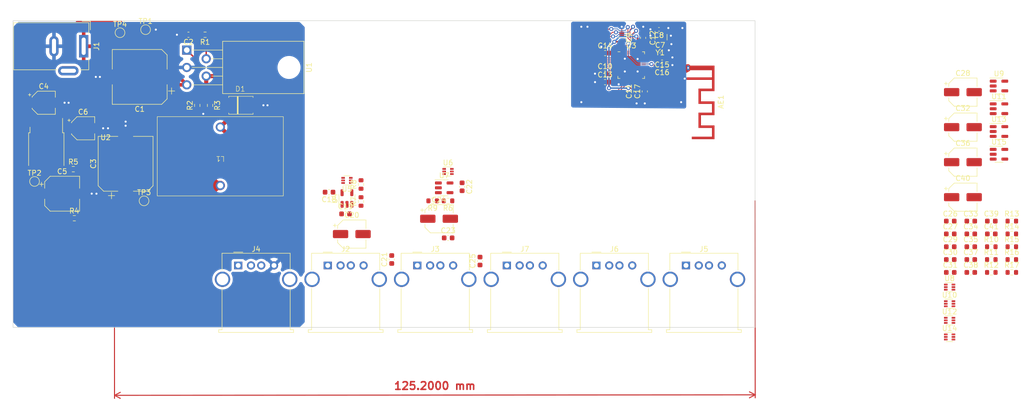
<source format=kicad_pcb>
(kicad_pcb (version 20221018) (generator pcbnew)
  (layers (0 "F.Cu" signal) (31 "B.Cu" signal) (34 "B.Paste" user) (35 "F.Paste" user) (36 "B.SilkS" user "B.Silkscreen") (37 "F.SilkS" user "F.Silkscreen") (38 "B.Mask" user) (39 "F.Mask" user) (44 "Edge.Cuts" user))
  (net 0 "")
  (net 1 "VIN")
  (net 2 "GND")
  (net 4 "Net-(C2-Pad1)")
  (net 5 "5V_5A")
  (net 6 "/Power/Vsw")
  (net 7 "Net-(U1-Vc)")
  (net 8 "Net-(U1-FB)")
  (net 9 "+3V3")
  (net 10 "/Power/adj")
  (net 11 "Net-(U4-~{FLG})")
  (net 12 "Net-(U7-IN)")
  (net 25 "Net-(U3-XC1)")
  (net 26 "Net-(U3-XC2)")
  (net 27 "Net-(U3-DEC1)")
  (net 28 "Net-(U3-DEC3)")
  (net 29 "Net-(U3-DEC4)")
  (net 30 "Net-(U3-DEC5)")
  (net 31 "/uC/ANT")
  (net 32 "/uC/EN_4")
  (net 33 "/USB connectors+load switches/EN1")
  (net 34 "Net-(J2-VBUS)")
  (net 35 "Net-(J2-Shield)")
  (net 38 "/USB connectors+load switches/EN_1")
  (net 39 "Net-(J3-VBUS)")
  (net 40 "Net-(J3-Shield)")
  (net 43 "Net-(U7-~{FLG})")
  (net 44 "/USB connectors+load switches/FLT_2")
  (net 45 "/USB connectors+load switches/FLT_1")
  (net 46 "/USB connectors+load switches/EN_2")
  (net 47 "/USB connectors+load switches/EN2")
  (net 48 "Net-(U9-IN)")
  (net 49 "Net-(J4-VBUS)")
  (net 50 "Net-(J4-Shield)")
  (net 51 "Net-(U11-IN)")
  (net 52 "Net-(J5-VBUS)")
  (net 53 "Net-(J5-Shield)")
  (net 54 "Net-(U13-IN)")
  (net 55 "Net-(J6-VBUS)")
  (net 56 "Net-(J6-Shield)")
  (net 57 "Net-(U15-IN)")
  (net 58 "Net-(J7-VBUS)")
  (net 59 "Net-(J7-Shield)")
  (net 68 "Net-(U9-~{FLG})")
  (net 69 "/USB connectors+load switches/FLT_3")
  (net 70 "Net-(U11-~{FLG})")
  (net 71 "/USB connectors+load switches/FLT_6")
  (net 72 "Net-(U13-~{FLG})")
  (net 73 "/USB connectors+load switches/FLT_5")
  (net 74 "Net-(U15-~{FLG})")
  (net 75 "/USB connectors+load switches/FLT_4")
  (net 76 "/USB connectors+load switches/EN_5")
  (net 77 "/USB connectors+load switches/EN_6")
  (net 78 "/USB connectors+load switches/EN_3")
  (net 79 "/USB connectors+load switches/EN3")
  (net 80 "/USB connectors+load switches/EN6")
  (net 81 "/USB connectors+load switches/EN5")
  (net 82 "/USB connectors+load switches/EN_4")
  (net 83 "/USB connectors+load switches/EN4")
  (footprint "Connector_USB:USB_A_Molex_67643_Horizontal" (layer "F.Cu") (at 85 81.64)
    (fp_text reference "J4")
    (fp_text value "USB_A")
  )
  (footprint "Package_TO_SOT_SMD:SOT-23-5" (layer "F.Cu") (at 233.665 59.88)
    (fp_text reference "U15")
    (fp_text value "AP22814AW5")
  )
  (footprint "Package_TO_SOT_THT:TO-220-5_P3.4x3.8mm_StaggerOdd_Lead7.13mm_TabDown" (layer "F.Cu") (at 74.95 39.5 -90)
    (fp_text reference "U1")
    (fp_text value "~")
  )
  (footprint "Resistor_SMD:R_0603_1608Metric" (layer "F.Cu") (at 52.775 62.8)
    (fp_text reference "R5")
    (fp_text value "10k")
  )
  (footprint "Resistor_SMD:R_0603_1608Metric" (layer "F.Cu") (at 52.975 72.4)
    (fp_text reference "R4")
    (fp_text value "6.04k")
  )
  (footprint "Capacitor_SMD:C_0603_1608Metric" (layer "F.Cu") (at 164.45 47.5875 90)
    (fp_text reference "C17")
    (fp_text value "820pF")
  )
  (footprint "Connector_USB:USB_A_Molex_67643_Horizontal" (layer "F.Cu") (at 172.5 81.64)
    (fp_text reference "J5")
    (fp_text value "USB_A")
  )
  (footprint "Resistor_SMD:R_0603_1608Metric" (layer "F.Cu") (at 79.5 50.325 -90)
    (fp_text reference "R3")
    (fp_text value "2.21k")
  )
  (footprint "Package_TO_SOT_SMD:SOT-23-5" (layer "F.Cu") (at 233.665 55.43)
    (fp_text reference "U13")
    (fp_text value "AP22814AW5")
  )
  (footprint "Capacitor_SMD:C_0603_1608Metric" (layer "F.Cu") (at 228.155 83)
    (fp_text reference "C38")
    (fp_text value "1uF")
  )
  (footprint "Package_TO_SOT_SMD:SOT-563" (layer "F.Cu") (at 224.015 85.88)
    (fp_text reference "U8")
    (fp_text value "SN74LVC1T45DRL")
  )
  (footprint "Capacitor_SMD:C_0603_1608Metric" (layer "F.Cu") (at 156.68 44.1175)
    (fp_text reference "C10")
    (fp_text value "4.7uF")
  )
  (footprint "Capacitor_SMD:C_0402_1005Metric" (layer "F.Cu") (at 167.45 39.6975)
    (fp_text reference "C7")
    (fp_text value "20pF")
  )
  (footprint "TestPoint:TestPoint_Pad_D1.5mm" (layer "F.Cu") (at 45.2 65.2)
    (fp_text reference "TP2")
    (fp_text value "TestPoint")
  )
  (footprint "Capacitor_SMD:C_0603_1608Metric" (layer "F.Cu") (at 102.75 67.3 180)
    (fp_text reference "C18")
    (fp_text value "1uF")
  )
  (footprint "Resistor_SMD:R_0603_1608Metric" (layer "F.Cu") (at 109 69.125 90)
    (fp_text reference "R7")
    (fp_text value "1.1k")
  )
  (footprint "Capacitor_SMD:C_0603_1608Metric" (layer "F.Cu") (at 167.825 40.9375 180)
    (fp_text reference "C15")
    (fp_text value "100pF")
  )
  (footprint "Capacitor_SMD:C_0603_1608Metric" (layer "F.Cu") (at 128.75 66.25 -90)
    (fp_text reference "C22")
    (fp_text value "1uF")
  )
  (footprint "Capacitor_SMD:C_0603_1608Metric" (layer "F.Cu") (at 228.155 80.49)
    (fp_text reference "C37")
    (fp_text value "10nF")
  )
  (footprint "Capacitor_SMD:C_0603_1608Metric" (layer "F.Cu") (at 115 80.475 90)
    (fp_text reference "C21")
    (fp_text value "10nF")
  )
  (footprint "Resistor_SMD:R_0603_1608Metric" (layer "F.Cu") (at 236.175 83)
    (fp_text reference "R17")
    (fp_text value "2.2k")
  )
  (footprint "Capacitor_SMD:C_0603_1608Metric" (layer "F.Cu") (at 224.145 80.49)
    (fp_text reference "C30")
    (fp_text value "1uF")
  )
  (footprint "Resistor_SMD:R_0603_1608Metric" (layer "F.Cu") (at 236.175 77.98)
    (fp_text reference "R15")
    (fp_text value "2.2k")
  )
  (footprint "Capacitor_SMD:C_0603_1608Metric" (layer "F.Cu") (at 164.125 37.1125 -90)
    (fp_text reference "C12")
    (fp_text value "100nF")
  )
  (footprint "Package_TO_SOT_SMD:SOT-23-5" (layer "F.Cu") (at 233.665 50.98)
    (fp_text reference "U11")
    (fp_text value "AP22814AW5")
  )
  (footprint "RF_Antenna:Texas_SWRA117D_2.4GHz_Right" (layer "F.Cu") (at 172.925 45.0875 -90)
    (fp_text reference "AE1")
    (fp_text value "Antenna_Chip")
  )
  (footprint "Capacitor_SMD:C_0603_1608Metric" (layer "F.Cu") (at 167.825 42.4375 180)
    (fp_text reference "C16")
    (fp_text value "1uF")
  )
  (footprint "Inductor_THT:PE-92114" (layer "F.Cu") (at 81.5 60.28 180)
    (fp_text reference "L1")
    (fp_text value "PE-92114KNL")
  )
  (footprint "Capacitor_SMD:C_0603_1608Metric" (layer "F.Cu") (at 224.145 77.98)
    (fp_text reference "C29")
    (fp_text value "10nF")
  )
  (footprint "Resistor_SMD:R_0603_1608Metric" (layer "F.Cu") (at 236.175 80.49)
    (fp_text reference "R16")
    (fp_text value "1.1k")
  )
  (footprint "Package_TO_SOT_SMD:TO-252-3_TabPin2" (layer "F.Cu") (at 47.5 58.99 -90)
    (fp_text reference "U2")
    (fp_text value "LM1117DT-ADJ")
  )
  (footprint "Capacitor_SMD:C_0603_1608Metric" (layer "F.Cu") (at 224.145 75.47)
    (fp_text reference "C27")
    (fp_text value "0.1uF")
  )
  (footprint "TestPoint:TestPoint_Pad_D1.5mm" (layer "F.Cu") (at 66.6 69)
    (fp_text reference "TP3")
    (fp_text value "TestPoint")
  )
  (footprint "Capacitor_SMD:C_0603_1608Metric" (layer "F.Cu") (at 228.155 75.47)
    (fp_text reference "C34")
    (fp_text value "1uF")
  )
  (footprint "Capacitor_SMD:C_0603_1608Metric" (layer "F.Cu") (at 232.165 75.47)
    (fp_text reference "C41")
    (fp_text value "10nF")
  )
  (footprint "Resistor_SMD:R_0603_1608Metric" (layer "F.Cu") (at 109 65.8 90)
    (fp_text reference "R8")
    (fp_text value "2.2k")
  )
  (footprint "Capacitor_SMD:C_0603_1608Metric" (layer "F.Cu") (at 228.155 77.98)
    (fp_text reference "C35")
    (fp_text value "0.1uF")
  )
  (footprint "Capacitor_SMD:C_0603_1608Metric" (layer "F.Cu") (at 228.155 72.96)
    (fp_text reference "C33")
    (fp_text value "10nF")
  )
  (footprint "Package_TO_SOT_SMD:SOT-23-5" (layer "F.Cu") (at 106.25 68.55 90)
    (fp_text reference "U4")
    (fp_text value "AP22814AW5")
  )
  (footprint "Capacitor_SMD:C_0603_1608Metric" (layer "F.Cu") (at 232.165 72.96)
    (fp_text reference "C39")
    (fp_text value "0.1uF")
  )
  (footprint "Resistor_SMD:R_0603_1608Metric" (layer "F.Cu") (at 77 50.325 90)
    (fp_text reference "R2")
    (fp_text value "2.8k")
  )
  (footprint "Resistor_SMD:R_0603_1608Metric" (layer "F.Cu") (at 236.175 75.47)
    (fp_text reference "R14")
    (fp_text value "1.1k")
  )
  (footprint "Capacitor_SMD:C_0603_1608Metric" (layer "F.Cu") (at 162.8 47.5875 90)
    (fp_text reference "C11")
    (fp_text value "100nF")
  )
  (footprint "Capacitor_SMD:C_0603_1608Metric" (layer "F.Cu") (at 156.68 45.7675)
    (fp_text reference "C13")
    (fp_text value "4.7uF")
  )
  (footprint "Connector_USB:USB_A_Molex_67643_Horizontal" (layer "F.Cu") (at 137.5 81.64)
    (fp_text reference "J7")
    (fp_text value "USB_A")
  )
  (footprint "Connector_USB:USB_A_Molex_67643_Horizontal" (layer "F.Cu") (at 102.5 81.64)
    (fp_text reference "J2")
    (fp_text value "USB_A")
  )
  (footprint "Resistor_SMD:R_0603_1608Metric" (layer "F.Cu") (at 232.165 77.98)
    (fp_text reference "R10")
    (fp_text value "1.1k")
  )
  (footprint "TestPoint:TestPoint_Pad_D1.5mm" (layer "F.Cu") (at 66.9 35.5)
    (fp_text reference "TP1")
    (fp_text value "TestPoint")
  )
  (footprint "Capacitor_SMD:C_0402_1005Metric" (layer "F.Cu") (at 167.22 35.4475 180)
    (fp_text reference "C8")
    (fp_text value "20pF")
  )
  (footprint "Resistor_SMD:R_0603_1608Metric" (layer "F.Cu") (at 123 69 180)
    (fp_text reference "R9")
    (fp_text value "2.2k")
  )
  (footprint "Capacitor_SMD:C_0603_1608Metric" (layer "F.Cu") (at 224.145 72.96)
    (fp_text reference "C26")
    (fp_text value "1uF")
  )
  (footprint "Capacitor_SMD:CP_Elec_10x10.5" (layer "F.Cu") (at 65.75 44.75 180)
    (fp_text reference "C1")
    (fp_text value "220uF")
  )
  (footprint "Package_TO_SOT_SMD:SOT-563" (layer "F.Cu") (at 126 63.25)
    (fp_text reference "U6")
    (fp_text value "SN74LVC1T45DRL")
  )
  (footprint "Oscillator:Oscillator_SMD_Abracon_ASDMB-4Pin_2.5x2.0mm" (layer "F.Cu") (at 167.45 37.5475 180)
    (fp_text reference "Y1")
    (fp_text value "Crystal_GND24")
  )
  (footprint "Resistor_SMD:R_0603_1608Metric" (layer "F.Cu") (at 236.175 72.96)
    (fp_text reference "R13")
    (fp_text value "2.2k")
  )
  (footprint "Capacitor_SMD:CP_Elec_10x10.5" (layer "F.Cu") (at 63 61.75 90)
    (fp_text reference "C3")
    (fp_text value "390uF")
  )
  (footprint "Capacitor_SMD:CP_Elec_5x5.9" (layer "F.Cu") (at 124.25 72.5)
    (fp_text reference "C24")
    (fp_text value "120uF")
  )
  (footprint "Capacitor_SMD:CP_Elec_5x5.9" (layer "F.Cu") (at 226.615 47.73)
    (fp_text reference "C28")
    (fp_text value "120uF")
  )
  (footprint "Package_TO_SOT_SMD:SOT-23-5" (layer "F.Cu") (at 125.25 66.45)
    (fp_text reference "U7")
    (fp_text value "AP22814AW5")
  )
  (footprint "Package_TO_SOT_SMD:SOT-563" (layer "F.Cu") (at 224.015 95.63)
    (fp_text reference "U14")
    (fp_text value "SN74LVC1T45DRL")
  )
  (footprint "Capacitor_SMD:C_0603_1608Metric" (layer "F.Cu") (at 132.25 80.775 90)
    (fp_text reference "C25")
    (fp_text value "10nF")
  )
  (footprint "Package_DFN_QFN:QFN-40-1EP_5x5mm_P0.4mm_EP3.6x3.6mm" (layer "F.Cu") (at 161.8 42.4375)
    (fp_text reference "U3")
    (fp_text value "nRF52820-QDxx")
  )
  (footprint "TestPoint:TestPoint_Pad_D1.5mm" (layer "F.Cu") (at 61.9 36.1)
    (fp_text reference "TP4")
    (fp_text value "TestPoint")
  )
  (footprint "Capacitor_SMD:C_0603_1608Metric" (layer "F.Cu") (at 159.95 37.0875 -90)
    (fp_text reference "C9")
    (fp_text value "1.0uF")
  )
  (footprint "Resistor_SMD:R_0603_1608Metric" (layer "F.Cu") (at 232.165 80.49)
    (fp_text reference "R11")
    (fp_text value "2.2k")
  )
  (footprint "Resistor_SMD:R_0603_1608Metric" (layer "F.Cu") (at 126 69 180)
    (fp_text reference "R6")
    (fp_text value "1.1k")
  )
  (footprint "Package_TO_SOT_SMD:SOT-563" (layer "F.Cu") (at 106.25 65 180)
    (fp_text reference "U5")
    (fp_text value "SN74LVC1T45DRL")
  )
  (footprint "Diode_SMD:SK34BQ-L" (layer "F.Cu") (at 85.4 50.3)
    (fp_text reference "D1")
    (fp_text value "D_Schottky")
  )
  (footprint "Capacitor_SMD:CP_Elec_4x4.5" (layer "F.Cu") (at 54.7 54.8)
    (fp_text reference "C6")
    (fp_text value "10uF")
  )
  (footprint "Capacitor_SMD:C_0603_1608Metric" (layer "F.Cu") (at 105.975 71.55)
    (fp_text reference "C19")
    (fp_text value "0.1uF")
  )
  (footprint "Capacitor_SMD:C_0603_1608Metric" (layer "F.Cu") (at 75.275 36.5 180)
    (fp_text reference "C2")
    (fp_text value "0.01uF")
  )
  (footprint "Capacitor_SMD:CP_Elec_4x4.5" (layer "F.Cu") (at 47 49.8)
    (fp_text reference "C4")
    (fp_text value "10uF")
  )
  (footprint "Capacitor_SMD:C_0603_1608Metric" (layer "F.Cu") (at 224.145 83)
    (fp_text reference "C31")
    (fp_text value "0.1uF")
  )
  (footprint "Package_TO_SOT_SMD:SOT-563" (layer "F.Cu") (at 224.015 89.13)
    (fp_text reference "U10")
    (fp_text value "SN74LVC1T45DRL")
  )
  (footprint "Package_TO_SOT_SMD:SOT-23-5" (layer "F.Cu") (at 233.665 46.53)
    (fp_text reference "U9")
    (fp_text value "AP22814AW5")
  )
  (footprint "Capacitor_SMD:CP_Elec_5x5.9" (layer "F.Cu") (at 226.615 68.28)
    (fp_text reference "C40")
    (fp_text value "120uF")
  )
  (footprint "Capacitor_SMD:CP_Elec_5x5.9" (layer "F.Cu") (at 226.615 61.43)
    (fp_text reference "C36")
    (fp_text value "120uF")
  )
  (footprint "Connector_USB:USB_A_Molex_67643_Horizontal" (layer "F.Cu") (at 155 81.64)
    (fp_text reference "J6")
    (fp_text value "USB_A")
  )
  (footprint "Capacitor_SMD:C_0603_1608Metric" (layer "F.Cu") (at 126.025 76.25)
    (fp_text reference "C23")
    (fp_text value "0.1uF")
  )
  (footprint "Capacitor_SMD:CP_Elec_6.3x5.2" (layer "F.Cu") (at 50.6 67.6)
    (fp_text reference "C5")
    (fp_text value "100uF")
  )
  (footprint "Package_TO_SOT_SMD:SOT-563" (layer "F.Cu") (at 224.015 92.38)
    (fp_text reference "U12")
    (fp_text value "SN74LVC1T45DRL")
  )
  (footprint "Capacitor_SMD:C_0603_1608Metric" (layer "F.Cu") (at 156.7 40.0875)
    (fp_text reference "C14")
    (fp_text value "01.uF")
  )
  (footprint "Capacitor_SMD:CP_Elec_5x5.9" (layer "F.Cu") (at 107.2 75.5)
    (fp_text reference "C20")
    (fp_text value "120uF")
  )
  (footprint "Resistor_SMD:R_0603_1608Metric" (layer "F.Cu") (at 232.165 83)
    (fp_text reference "R12")
    (fp_text value "1.1k")
  )
  (footprint "Connector_BarrelJack:BarrelJack_Wuerth_6941xx301002" (layer "F.Cu") (at 54.8 38.75 -90)
    (fp_text reference "J1")
    (fp_text value "Barrel_Jack_Switch")
  )
  (footprint "Capacitor_SMD:CP_Elec_5x5.9" (layer "F.Cu") (at 226.615 54.58)
    (fp_text reference "C32")
    (fp_text value "120uF")
  )
  (footprint "Connector_USB:USB_A_Molex_67643_Horizontal" (layer "F.Cu") (at 120 81.64)
    (fp_text reference "J3")
    (fp_text value "USB_A")
  )
  (footprint "Resistor_SMD:R_0603_1608Metric" (layer "F.Cu") (at 78.525 36.5 180)
    (fp_text reference "R1")
    (fp_text value "2.7k")
  )
  (gr_rect (start 41 33.75) (end 186 93.75) (stroke (width 0.1)) (fill none) (layer "Edge.Cuts"))
  (dimension (type aligned) (layer "F.Cu") (pts (xy 60.8 68.6) (xy 186 68.5)) (height 38.450134) (gr_text "125.2000 mm" (at 123.429273 105.200123 0.04576339244) (layer "F.Cu") (effects (font (size 1.5 1.5) (thickness 0.3)))) (format (prefix "") (suffix "") (units 3) (units_format 1) (precision 4)) (style (thickness 0.2) (arrow_length 1.27) (text_position_mode 0) (extension_height 0.58642) (extension_offset 0.5) keep_text_aligned))
  (segment (start 54.8 41.63) (end 55.2 42.03) (width 0.7) (layer "F.Cu") (net 1))
  (segment (start 73.4 44.75) (end 74.95 46.3) (width 0.7) (layer "F.Cu") (net 1))
  (segment (start 55.2 45.18) (end 54.02 46.36) (width 0.7) (layer "F.Cu") (net 1))
  (segment (start 67.25 44.75) (end 61.25 38.75) (width 0.7) (layer "F.Cu") (net 1))
  (segment (start 55.2 42.03) (end 55.2 45.18) (width 0.7) (layer "F.Cu") (net 1))
  (segment (start 47.19 46.36) (end 45.2 48.35) (width 0.7) (layer "F.Cu") (net 1))
  (segment (start 45.2 48.35) (end 45.2 49.8) (width 0.7) (layer "F.Cu") (net 1))
  (segment (start 69.95 44.75) (end 67.25 44.75) (width 0.7) (layer "F.Cu") (net 1))
  (segment (start 69.95 44.75) (end 73.4 44.75) (width 0.7) (layer "F.Cu") (net 1))
  (segment (start 54.02 46.36) (end 47.19 46.36) (width 0.7) (layer "F.Cu") (net 1))
  (segment (start 54.8 38.75) (end 54.8 41.63) (width 0.7) (layer "F.Cu") (net 1))
  (segment (start 61.25 38.75) (end 54.8 38.75) (width 0.7) (layer "F.Cu") (net 1))
  (segment (start 59.56 54.8) (end 58.61 54.8) (width 0.8) (layer "F.Cu") (net 2))
  (segment (start 56.5 54.8) (end 58.61 54.8) (width 0.8) (layer "F.Cu") (net 2))
  (segment (start 159.95 36.3125) (end 159.95 34.9375) (width 0.15) (layer "F.Cu") (net 2))
  (segment (start 61.55 44.75) (end 57.975 44.75) (width 0.7) (layer "F.Cu") (net 2))
  (segment (start 89.925 50.3) (end 90.725 50.3) (width 0.3) (layer "F.Cu") (net 2))
  (segment (start 159.3625 44.2375) (end 159.3625 46.175) (width 0.15) (layer "F.Cu") (net 2))
  (segment (start 56.36 67.6) (end 56.37 67.59) (width 0.8) (layer "F.Cu") (net 2))
  (segment (start 87.55 50.3) (end 90.725 50.3) (width 0.7) (layer "F.Cu") (net 2))
  (segment (start 166.625 35.5625) (end 166.74 35.4475) (width 0.15) (layer "F.Cu") (net 2))
  (segment (start 168.85 39.7375) (end 169.05 39.5375) (width 0.15) (layer "F.Cu") (net 2))
  (segment (start 162.8 49.8875) (end 162.85 49.9375) (width 0.15) (layer "F.Cu") (net 2))
  (segment (start 56.37 67.59) (end 57.29 67.59) (width 0.8) (layer "F.Cu") (net 2))
  (segment (start 165.56 35.4475) (end 165.55 35.4375) (width 0.15) (layer "F.Cu") (net 2))
  (segment (start 164.15 36.5625) (end 164.15 34.9375) (width 0.15) (layer "F.Cu") (net 2))
  (segment (start 169.25 38.3375) (end 169.65 38.3375) (width 0.15) (layer "F.Cu") (net 2))
  (segment (start 168.6 42.4375) (end 169.65 42.4375) (width 0.25) (layer "F.Cu") (net 2))
  (segment (start 172.925 45.0875) (end 172.25 45.0875) (width 0.25) (layer "F.Cu") (net 2))
  (segment (start 167.93 38.6675) (end 168.275 38.3225) (width 0.15) (layer "F.Cu") (net 2))
  (segment (start 63.025 54.275) (end 63 54.3) (width 0.7) (layer "F.Cu") (net 2))
  (segment (start 48.8 49.8) (end 51.07 49.8) (width 0.8) (layer "F.Cu") (net 2))
  (segment (start 51.07 49.8) (end 51.85 49.8) (width 0.8) (layer "F.Cu") (net 2))
  (segment (start 166.74 35.4475) (end 165.56 35.4475) (width 0.15) (layer "F.Cu") (net 2))
  (segment (start 66.9 35.5) (end 68.9 35.5) (width 0.3) (layer "F.Cu") (net 2))
  (segment (start 166.625 36.7725) (end 166.625 35.5625) (width 0.15) (layer "F.Cu") (net 2))
  (segment (start 169.235 38.3225) (end 169.25 38.3375) (width 0.15) (layer "F.Cu") (net 2))
  (segment (start 159.3625 46.175) (end 159.35 46.1875) (width 0.15) (layer "F.Cu") (net 2))
  (segment (start 167.93 39.6975) (end 167.93 38.6675) (width 0.15) (layer "F.Cu") (net 2))
  (segment (start 79.5 51.15) (end 79 51.15) (width 0.3) (layer "F.Cu") (net 2))
  (segment (start 87.55 50.3) (end 89.925 50.3) (width 0.7) (layer "F.Cu") (net 2))
  (segment (start 155.925 38.8625) (end 155.95 38.8375) (width 0.15) (layer "F.Cu") (net 2))
  (segment (start 53.4 67.6) (end 56.36 67.6) (width 0.8) (layer "F.Cu") (net 2))
  (segment (start 57.29 67.59) (end 57.3 67.6) (width 0.8) (layer "F.Cu") (net 2))
  (segment (start 167.93 39.6975) (end 168.81 39.6975) (width 0.15) (layer "F.Cu") (net 2))
  (segment (start 168.81 39.6975) (end 168.85 39.7375) (width 0.15) (layer "F.Cu") (net 2))
  (segment (start 63 53.5) (end 63 54.3) (width 0.8) (layer "F.Cu") (net 2))
  (segment (start 167.93 39.6975) (end 167.93 39.643684) (width 0.15) (layer "F.Cu") (net 2))
  (segment (start 51.85 49.8) (end 51.86 49.81) (width 0.8) (layer "F.Cu") (net 2))
  (segment (start 168.6 40.9375) (end 169.95 40.9375) (width 0.25) (layer "F.Cu") (net 2))
  (segment (start 168.275 38.3225) (end 169.235 38.3225) (width 0.15) (layer "F.Cu") (net 2))
  (segment (start 79 51.15) (end 78.175 51.975) (width 0.3) (layer "F.Cu") (net 2))
  (segment (start 164.45 48.3625) (end 164.45 49.9375) (width 0.15) (layer "F.Cu") (net 2))
  (segment (start 155.925 40.0875) (end 155.925 38.8625) (width 0.15) (layer "F.Cu") (net 2))
  (segment (start 63 57.55) (end 63 54.3) (width 0.7) (layer "F.Cu") (net 2))
  (segment (start 169.05 39.5375) (end 169.15 39.5375) (width 0.15) (layer "F.Cu") (net 2))
  (segment (start 164.2375 42.6375) (end 162 42.6375) (width 0.15) (layer "F.Cu") (net 2))
  (segment (start 161.2 40) (end 161.2 41.8375) (width 0.15) (layer "F.Cu") (net 2))
  (segment (start 162.8 48.3625) (end 162.8 49.8875) (width 0.15) (layer "F.Cu") (net 2))
  (segment (start 57.975 44.75) (end 57.175 44.75) (width 0.7) (layer "F.Cu") (net 2))
  (segment (start 74.5 36.5) (end 73.025 36.5) (width 0.3) (layer "F.Cu") (net 2))
  (via (at 169.15 39.5375) (size 0.8) (drill 0.4) (layers "F.Cu" "B.Cu") (net 2))
  (via (at 73.025 36.5) (size 0.8) (drill 0.4) (layers "F.Cu" "B.Cu") (net 2))
  (via (at 160.55 41.1875) (size 0.8) (drill 0.4) (layers "F.Cu" "B.Cu") (net 2))
  (via (at 169.85 42.4375) (size 0.8) (drill 0.4) (layers "F.Cu" "B.Cu") (net 2))
  (via (at 165.55 36.6875) (size 0.8) (drill 0.4) (layers "F.Cu" "B.Cu") (net 2))
  (via (at 162.85 49.9375) (size 0.8) (drill 0.4) (layers "F.Cu" "B.Cu") (net 2))
  (via (at 171.8 35.1875) (size 0.8) (drill 0.4) (layers "F.Cu" "B.Cu") (net 2))
  (via (at 152.05 49.6875) (size 0.8) (drill 0.4) (layers "F.Cu" "B.Cu") (net 2))
  (via (at 163.05 43.6875) (size 0.8) (drill 0.4) (layers "F.Cu" "B.Cu") (net 2))
  (via (at 57.175 44.75) (size 0.8) (drill 0.4) (layers "F.Cu" "B.Cu") (net 2))
  (via (at 160.55 43.6875) (size 0.8) (drill 0.4) (layers "F.Cu" "B.Cu") (net 2))
  (via (at 169.85 40.9375) (size 0.8) (drill 0.4) (layers "F.Cu" "B.Cu") (net 2))
  (via (at 78.175 51.975) (size 0.8) (drill 0.4) (layers "F.Cu" "B.Cu") (net 2))
  (via (at 63 54.3) (size 0.8) (drill 0.4) (layers "F.Cu" "B.Cu") (net 2))
  (via (at 59.56 54.8) (size 0.8) (drill 0.4) (layers "F.Cu" "B.Cu") (net 2))
  (via (at 159.95 34.9375) (size 0.8) (drill 0.4) (layers "F.Cu" "B.Cu") (net 2))
  (via (at 152.05 34.9375) (size 0.8) (drill 0.4) (layers "F.Cu" "B.Cu") (net 2))
  (via (at 171.55 49.6875) (size 0.8) (drill 0.4) (layers "F.Cu" "B.Cu") (net 2))
  (via (at 51.07 49.8) (size 0.8) (drill 0.4) (layers "F.Cu" "B.Cu") (net 2))
  (via (at 63 53.5) (size 0.8) (drill 0.4) (layers "F.Cu" "B.Cu") (net 2))
  (via (at 155.95 38.8375) (size 0.8) (drill 0.4) (layers "F.Cu" "B.Cu") (net 2))
  (via (at 89.925 50.3) (size 0.8) (drill 0.4) (layers "F.Cu" "B.Cu") (net 2))
  (via (at 169.55 36.6875) (size 0.8) (drill 0.4) (layers "F.Cu" "B.Cu") (net 2))
  (via (at 163.05 41.2375) (size 0.8) (drill 0.4) (layers "F.Cu" "B.Cu") (net 2))
  (via (at 165.55 35.4375) (size 0.8) (drill 0.4) (layers "F.Cu" "B.Cu") (net 2))
  (via (at 164.15 34.9375) (size 0.8) (drill 0.4) (layers "F.Cu" "B.Cu") (net 2))
  (via (at 169.05 35.1875) (size 0.8) (drill 0.4) (layers "F.Cu" "B.Cu") (net 2))
  (via (at 159.35 46.1875) (size 0.8) (drill 0.4) (layers "F.Cu" "B.Cu") (net 2))
  (via (at 68.9 35.5) (size 0.8) (drill 0.4) (layers "F.Cu" "B.Cu") (net 2))
  (via (at 154.72 44.1175) (size 0.8) (drill 0.4) (layers "F.Cu" "B.Cu") (net 2))
  (via (at 90.725 50.3) (size 0.8) (drill 0.4) (layers "F.Cu" "B.Cu") (net 2))
  (via (at 153.25 34.9375) (size 0.8) (drill 0.4) (layers "F.Cu" "B.Cu") (net 2))
  (via (at 57.3 67.6) (size 0.8) (drill 0.4) (layers "F.Cu" "B.Cu") (net 2))
  (via (at 172.25 45.0875) (size 0.8) (drill 0.4) (layers "F.Cu" "B.Cu") (net 2))
  (via (at 169.65 38.3375) (size 0.8) (drill 0.4) (layers "F.Cu" "B.Cu") (net 2))
  (via (at 57.975 44.75) (size 0.8) (drill 0.4) (layers "F.Cu" "B.Cu") (net 2))
  (via (at 58.61 54.8) (size 0.8) (drill 0.4) (layers "F.Cu" "B.Cu") (net 2))
  (via (at 164.45 49.9375) (size 0.8) (drill 0.4) (layers "F.Cu" "B.Cu") (net 2))
  (via (at 56.37 67.59) (size 0.8) (drill 0.4) (layers "F.Cu" "B.Cu") (net 2))
  (via (at 154.73 45.7675) (size 0.8) (drill 0.4) (layers "F.Cu" "B.Cu") (net 2))
  (via (at 51.86 49.81) (size 0.8) (drill 0.4) (layers "F.Cu" "B.Cu") (net 2))
  (segment (start 57.175 44.75) (end 57.975 44.75) (width 0.7) (layer "B.Cu") (net 2))
  (segment (start 90.725 50.3) (end 89.925 50.3) (width 0.3) (layer "B.Cu") (net 2))
  (segment (start 51.08 49.81) (end 51.07 49.8) (width 0.8) (layer "B.Cu") (net 2))
  (segment (start 51.86 49.81) (end 51.08 49.81) (width 0.8) (layer "B.Cu") (net 2))
  (segment (start 77.7 36.5) (end 76.05 36.5) (width 0.3) (layer "F.Cu") (net 4))
  (segment (start 63.025 65.975) (end 63 65.95) (width 1.8) (layer "F.Cu") (net 5))
  (segment (start 68.25 52.325) (end 68.25 62.325) (width 0.3) (layer "F.Cu") (net 5))
  (segment (start 63.25 62.825) (end 63 63.075) (width 0.3) (layer "F.Cu") (net 5))
  (segment (start 67.75 62.825) (end 63.25 62.825) (width 0.3) (layer "F.Cu") (net 5))
  (segment (start 77 51.15) (end 69.425 51.15) (width 0.3) (layer "F.Cu") (net 5))
  (segment (start 68.25 62.325) (end 67.75 62.825) (width 0.3) (layer "F.Cu") (net 5))
  (segment (start 63 63.075) (end 63 65.95) (width 0.3) (layer "F.Cu") (net 5))
  (segment (start 81.5 66) (end 81.475 65.975) (width 1.8) (layer "F.Cu") (net 5))
  (segment (start 69.425 51.15) (end 68.25 52.325) (width 0.3) (layer "F.Cu") (net 5))
  (segment (start 81.475 65.975) (end 63.025 65.975) (width 1.8) (layer "F.Cu") (net 5))
  (segment (start 63.05 66) (end 63 65.95) (width 0.7) (layer "F.Cu") (net 5))
  (segment (start 78.75 39.325) (end 79.35 38.725) (width 0.3) (layer "F.Cu") (net 7))
  (segment (start 78.75 41.2) (end 78.75 39.325) (width 0.3) (layer "F.Cu") (net 7))
  (segment (start 79.35 38.725) (end 79.35 36.5) (width 0.3) (layer "F.Cu") (net 7))
  (segment (start 77 41.55) (end 77 49.5) (width 0.3) (layer "F.Cu") (net 8))
  (segment (start 79.5 49.5) (end 77 49.5) (width 0.3) (layer "F.Cu") (net 8))
  (segment (start 74.95 39.5) (end 77 41.55) (width 0.3) (layer "F.Cu") (net 8))
  (segment (start 157.45 46.9375) (end 157.45 45.7725) (width 0.3) (layer "F.Cu") (net 9))
  (segment (start 163.05 37.092955) (end 163.05 37.5375) (width 0.3) (layer "F.Cu") (net 9))
  (segment (start 163.05 37.5375) (end 163.4 37.8875) (width 0.3) (layer "F.Cu") (net 9))
  (segment (start 163.4 37.8875) (end 164.125 37.8875) (width 0.3) (layer "F.Cu") (net 9))
  (segment (start 159.3625 43.8375) (end 158.83 43.8375) (width 0.15) (layer "F.Cu") (net 9))
  (segment (start 162.795064 36.838019) (end 163.05 37.092955) (width 0.3) (layer "F.Cu") (net 9))
  (segment (start 159.95 37.8625) (end 158.525 37.8625) (width 0.3) (layer "F.Cu") (net 9))
  (segment (start 158.56 45.4975) (end 158.29 45.7675) (width 0.15) (layer "F.Cu") (net 9))
  (segment (start 159.3625 43.4375) (end 157.58 43.4375) (width 0.15) (layer "F.Cu") (net 9))
  (segment (start 164.2375 40.6375) (end 164.2375 38.2) (width 0.15) (layer "F.Cu") (net 9))
  (segment (start 160 37.9125) (end 159.95 37.8625) (width 0.15) (layer "F.Cu") (net 9))
  (segment (start 162.8 44.875) (end 162.8 46.8125) (width 0.15) (layer "F.Cu") (net 9))
  (segment (start 158.83 43.8375) (end 158.56 44.1075) (width 0.15) (layer "F.Cu") (net 9))
  (segment (start 164.2375 38.2) (end 164.15 38.1125) (width 0.15) (layer "F.Cu") (net 9))
  (segment (start 158.525 37.8625) (end 158.5 37.8875) (width 0.3) (layer "F.Cu") (net 9))
  (segment (start 157.45 45.7725) (end 157.455 45.7675) (width 0.3) (layer "F.Cu") (net 9))
  (segment (start 157.45 46.9375) (end 157.45 44.1225) (width 0.3) (layer "F.Cu") (net 9))
  (segment (start 162.675 46.9375) (end 162.8 46.8125) (width 0.3) (layer "F.Cu") (net 9))
  (segment (start 161.25 46.9375) (end 162.675 46.9375) (width 0.3) (layer "F.Cu") (net 9))
  (segment (start 160 40) (end 160 37.9125) (width 0.15) (layer "F.Cu") (net 9))
  (segment (start 157.45 44.1225) (end 157.455 44.1175) (width 0.3) (layer "F.Cu") (net 9))
  (segment (start 158.29 45.7675) (end 157.455 45.7675) (width 0.15) (layer "F.Cu") (net 9))
  (segment (start 158.56 44.1075) (end 158.56 45.4975) (width 0.15) (layer "F.Cu") (net 9))
  (segment (start 157.58 43.4375) (end 157.455 43.5625) (width 0.15) (layer "F.Cu") (net 9))
  (segment (start 157.455 43.5625) (end 157.455 44.1175) (width 0.15) (layer "F.Cu") (net 9))
  (via (at 157.45 46.9375) (size 0.8) (drill 0.4) (layers "F.Cu" "B.Cu") (net 9))
  (via (at 158.5 37.8875) (size 0.8) (drill 0.4) (layers "F.Cu" "B.Cu") (net 9))
  (via (at 162.795064 36.838019) (size 0.8) (drill 0.4) (layers "F.Cu" "B.Cu") (net 9))
  (via (at 161.25 46.9375) (size 0.8) (drill 0.4) (layers "F.Cu" "B.Cu") (net 9))
  (segment (start 157.45 38.9375) (end 157.45 46.9375) (width 0.3) (layer "B.Cu") (net 9))
  (segment (start 158.5 37.8875) (end 157.45 38.9375) (width 0.3) (layer "B.Cu") (net 9))
  (segment (start 158.5 37.8875) (end 159.549481 36.838019) (width 0.3) (layer "B.Cu") (net 9))
  (segment (start 159.549481 36.838019) (end 162.795064 36.838019) (width 0.3) (layer "B.Cu") (net 9))
  (segment (start 157.45 46.9375) (end 161.25 46.9375) (width 0.3) (layer "B.Cu") (net 9))
  (segment (start 50.6 68.5) (end 51.6 69.5) (width 0.3) (layer "F.Cu") (net 10))
  (segment (start 53.8 70.2) (end 53.8 72.4) (width 0.3) (layer "F.Cu") (net 10))
  (segment (start 51.95 55.75) (end 52.9 54.8) (width 0.3) (layer "F.Cu") (net 10))
  (segment (start 50.6 64.15) (end 50.6 68.5) (width 0.3) (layer "F.Cu") (net 10))
  (segment (start 51.95 62.8) (end 51.95 55.75) (width 0.3) (layer "F.Cu") (net 10))
  (segment (start 53.1 69.5) (end 53.8 70.2) (width 0.3) (layer "F.Cu") (net 10))
  (segment (start 51.6 69.5) (end 53.1 69.5) (width 0.3) (layer "F.Cu") (net 10))
  (segment (start 51.95 62.8) (end 50.6 64.15) (width 0.3) (layer "F.Cu") (net 10))
  (segment (start 166.625 38.7625) (end 166.97 39.1075) (width 0.15) (layer "F.Cu") (net 25))
  (segment (start 165.87 38.4575) (end 166.005 38.3225) (width 0.15) (layer "F.Cu") (net 25))
  (segment (start 164.870052 41.427448) (end 164.91 41.3875) (width 0.15) (layer "F.Cu") (net 25))
  (segment (start 165.87 40.437552) (end 165.87 38.4575) (width 0.15) (layer "F.Cu") (net 25))
  (segment (start 166.97 39.1075) (end 166.97 39.6975) (width 0.15) (layer "F.Cu") (net 25))
  (segment (start 164.920052 41.3875) (end 165.87 40.437552) (width 0.15) (layer "F.Cu") (net 25))
  (segment (start 166.005 38.3225) (end 166.625 38.3225) (width 0.15) (layer "F.Cu") (net 25))
  (segment (start 166.625 38.3225) (end 166.625 38.7625) (width 0.15) (layer "F.Cu") (net 25))
  (segment (start 164.2375 41.4375) (end 164.870052 41.4375) (width 0.15) (layer "F.Cu") (net 25))
  (segment (start 164.91 41.3875) (end 164.920052 41.3875) (width 0.15) (layer "F.Cu") (net 25))
  (segment (start 164.870052 41.4375) (end 164.870052 41.427448) (width 0.15) (layer "F.Cu") (net 25))
  (segment (start 168.275 36.0225) (end 167.7 35.4475) (width 0.15) (layer "F.Cu") (net 26))
  (segment (start 164.2375 41.0375) (end 164.775078 41.0375) (width 0.15) (layer "F.Cu") (net 26))
  (segment (start 165.52 38.0875) (end 166.135 37.4725) (width 0.15) (layer "F.Cu") (net 26))
  (segment (start 165.52 40.292578) (end 165.52 38.0875) (width 0.15) (layer "F.Cu") (net 26))
  (segment (start 164.775078 41.0375) (end 165.52 40.292578) (width 0.15) (layer "F.Cu") (net 26))
  (segment (start 168.275 36.7725) (end 168.275 36.0225) (width 0.15) (layer "F.Cu") (net 26))
  (segment (start 166.135 37.4725) (end 167.575 37.4725) (width 0.15) (layer "F.Cu") (net 26))
  (segment (start 167.575 37.4725) (end 168.275 36.7725) (width 0.15) (layer "F.Cu") (net 26))
  (segment (start 159.3625 40.6375) (end 158.25 40.6375) (width 0.15) (layer "F.Cu") (net 27))
  (segment (start 158.25 40.6375) (end 157.7 40.0875) (width 0.15) (layer "F.Cu") (net 27))
  (segment (start 165.95 40.9375) (end 167.05 40.9375) (width 0.15) (layer "F.Cu") (net 28))
  (segment (start 164.2375 41.8375) (end 165.05 41.8375) (width 0.15) (layer "F.Cu") (net 28))
  (segment (start 165.05 41.8375) (end 165.95 40.9375) (width 0.15) (layer "F.Cu") (net 28))
  (segment (start 164.2375 42.2375) (end 165.75 42.2375) (width 0.15) (layer "F.Cu") (net 29))
  (segment (start 160.8 38.6875) (end 161.25 38.2375) (width 0.15) (layer "F.Cu") (net 29))
  (segment (start 165.75 42.2375) (end 165.95 42.4375) (width 0.15) (layer "F.Cu") (net 29))
  (segment (start 165.95 42.4375) (end 167.05 42.4375) (width 0.15) (layer "F.Cu") (net 29))
  (segment (start 160.8 40) (end 160.8 38.6875) (width 0.15) (layer "F.Cu") (net 29))
  (via (at 165.75 42.2375) (size 0.8) (drill 0.4) (layers "F.Cu" "B.Cu") (net 29))
  (via (at 161.25 38.2375) (size 0.8) (drill 0.4) (layers "F.Cu" "B.Cu") (net 29))
  (segment (start 161.25 40.5375) (end 161.25 38.2375) (width 0.15) (layer "B.Cu") (net 29))
  (segment (start 165.75 42.2375) (end 162.95 42.2375) (width 0.15) (layer "B.Cu") (net 29))
  (segment (start 162.95 42.2375) (end 161.25 40.5375) (width 0.15) (layer "B.Cu") (net 29))
  (segment (start 164.2375 44.2375) (end 164.2375 46.6) (width 0.15) (layer "F.Cu") (net 30))
  (segment (start 164.2375 46.6) (end 164.45 46.8125) (width 0.15) (layer "F.Cu") (net 30))
  (segment (start 166.12 43.0375) (end 166.13 43.0475) (width 0.3) (layer "F.Cu") (net 31))
  (segment (start 164.91 43.0375) (end 165.56 43.0375) (width 0.15) (layer "F.Cu") (net 31))
  (segment (start 165.56 43.0375) (end 166.12 43.0375) (width 0.3) (layer "F.Cu") (net 31))
  (segment (start 164.2375 43.0375) (end 164.91 43.0375) (width 0.15) (layer "F.Cu") (net 31))
  (segment (start 162 38.937069) (end 162.275 38.66207) (width 0.15) (layer "F.Cu") (net 32))
  (segment (start 150.85 40.3375) (end 150.75 40.3375) (width 0.15) (layer "F.Cu") (net 32))
  (segment (start 161.55 35.537496) (end 162.149998 34.937498) (width 0.15) (layer "F.Cu") (net 32))
  (segment (start 158.81878 36.013084) (end 158.119821 36.013084) (width 0.15) (layer "F.Cu") (net 32))
  (segment (start 156.927727 36.410203) (end 156.645405 36.692525) (width 0.15) (layer "F.Cu") (net 32))
  (segment (start 153.00043 40.3375) (end 150.85 40.3375) (width 0.15) (layer "F.Cu") (net 32))
  (segment (start 158.119821 36.013084) (end 157.722702 36.410203) (width 0.15) (layer "F.Cu") (net 32))
  (segment (start 161.55 37.042525) (end 161.55 35.537496) (width 0.15) (layer "F.Cu") (net 32))
  (segment (start 162.275 37.767525) (end 161.55 37.042525) (width 0.15) (layer "F.Cu") (net 32))
  (segment (start 162.275 38.66207) (end 162.275 37.767525) (width 0.15) (layer "F.Cu") (net 32))
  (segment (start 162 40) (end 162 38.937069) (width 0.15) (layer "F.Cu") (net 32))
  (segment (start 156.645405 36.692525) (end 153.00043 40.3375) (width 0.15) (layer "F.Cu") (net 32))
  (segment (start 157.722702 36.410203) (end 156.927727 36.410203) (width 0.15) (layer "F.Cu") (net 32))
  (via (at 162.149998 34.937498) (size 0.8) (drill 0.4) (layers "F.Cu" "B.Cu") (net 32))
  (via (at 158.81878 36.013084) (size 0.8) (drill 0.4) (layers "F.Cu" "B.Cu") (net 32))
  (segment (start 162.05 35.2375) (end 161.274416 36.013084) (width 0.15) (layer "B.Cu") (net 32))
  (segment (start 161.274416 36.013084) (end 158.81878 36.013084) (width 0.15) (layer "B.Cu") (net 32))
  (segment (start 162.05 35.037496) (end 162.05 35.2375) (width 0.15) (layer "B.Cu") (net 32))
  (segment (start 162.149998 34.937498) (end 162.05 35.037496) (width 0.15) (layer "B.Cu") (net 32))
  (segment (start 159.3625 41.0375) (end 150.45 41.0375) (width 0.15) (layer "F.Cu") (net 38))
  (segment (start 158.37 43.0375) (end 150.45 43.0375) (width 0.15) (layer "F.Cu") (net 44))
  (segment (start 159.3625 43.0375) (end 158.37 43.0375) (width 0.15) (layer "F.Cu") (net 44))
  (segment (start 159.3625 42.6375) (end 150.45 42.6375) (width 0.15) (layer "F.Cu") (net 45))
  (segment (start 159.3625 41.4375) (end 150.45 41.4375) (width 0.15) (layer "F.Cu") (net 46))
  (segment (start 158.25 36.8375) (end 156.995405 36.8375) (width 0.15) (layer "F.Cu") (net 69))
  (segment (start 163.6 39.3875) (end 162.625 38.4125) (width 0.15) (layer "F.Cu") (net 69))
  (segment (start 161.95 36.4375) (end 162.65 35.7375) (width 0.15) (layer "F.Cu") (net 69))
  (segment (start 151.95 40.6875) (end 150.45 40.6875) (width 0.15) (layer "F.Cu") (net 69))
  (segment (start 153.145405 40.6875) (end 151.95 40.6875) (width 0.15) (layer "F.Cu") (net 69))
  (segment (start 156.995405 36.8375) (end 153.145405 40.6875) (width 0.15) (layer "F.Cu") (net 69))
  (segment (start 162.625 37.622551) (end 161.95 36.947551) (width 0.15) (layer "F.Cu") (net 69))
  (segment (start 161.95 36.947551) (end 161.95 36.4375) (width 0.15) (layer "F.Cu") (net 69))
  (segment (start 163.6 40) (end 163.6 39.3875) (width 0.15) (layer "F.Cu") (net 69))
  (segment (start 162.65 35.7375) (end 162.75 35.7375) (width 0.15) (layer "F.Cu") (net 69))
  (segment (start 162.625 38.4125) (end 162.625 37.622551) (width 0.15) (layer "F.Cu") (net 69))
  (via (at 158.25 36.8375) (size 0.8) (drill 0.4) (layers "F.Cu" "B.Cu") (net 69))
  (via (at 162.75 35.7375) (size 0.8) (drill 0.4) (layers "F.Cu" "B.Cu") (net 69))
  (segment (start 159.04948 36.73698) (end 158.94896 36.8375) (width 0.15) (layer "B.Cu") (net 69))
  (segment (start 159.37344 36.413019) (end 159.04948 36.73698) (width 0.15) (layer "B.Cu") (net 69))
  (segment (start 162.265469 36.413019) (end 161.95 36.413019) (width 0.15) (layer "B.Cu") (net 69))
  (segment (start 162.75 35.928488) (end 162.265469 36.413019) (width 0.15) (layer "B.Cu") (net 69))
  (segment (start 161.95 36.413019) (end 159.37344 36.413019) (width 0.15) (layer "B.Cu") (net 69))
  (segment (start 158.94896 36.8375) (end 158.25 36.8375) (width 0.15) (layer "B.Cu") (net 69))
  (segment (start 162.75 35.7375) (end 162.75 35.928488) (width 0.15) (layer "B.Cu") (net 69))
  (segment (start 165.25 43.8375) (end 165.95 44.5375) (width 0.15) (layer "F.Cu") (net 71))
  (segment (start 165.95 44.5375) (end 166.45 45.0375) (width 0.15) (layer "F.Cu") (net 71))
  (segment (start 166.45 45.0375) (end 166.45 48.9375) (width 0.15) (layer "F.Cu") (net 71))
  (segment (start 164.2375 43.8375) (end 165.25 43.8375) (width 0.15) (layer "F.Cu") (net 71))
  (segment (start 157.6 49.461504) (end 157.6 49.8375) (width 0.15) (layer "F.Cu") (net 73))
  (segment (start 161.6 44.875) (end 161.6 45.461504) (width 0.15) (layer "F.Cu") (net 73))
  (segment (start 160.787002 46.274502) (end 157.6 49.461504) (width 0.15) (layer "F.Cu") (net 73))
  (segment (start 161.6 45.461504) (end 160.787002 46.274502) (width 0.15) (layer "F.Cu") (net 73))
  (segment (start 157.25 49.31653) (end 157.25 50.1375) (width 0.15) (layer "F.Cu") (net 75))
  (segment (start 161.2 45.36653) (end 157.25 49.31653) (width 0.15) (layer "F.Cu") (net 75))
  (segment (start 161.2 44.875) (end 161.2 45.36653) (width 0.15) (layer "F.Cu") (net 75))
  (segment (start 159.3625 41.8375) (end 150.45 41.8375) (width 0.15) (layer "F.Cu") (net 76))
  (segment (start 159.3625 42.2375) (end 150.45 42.2375) (width 0.15) (layer "F.Cu") (net 77))
  (segment (start 161.15 35.039923) (end 161.121489 35.011412) (width 0.15) (layer "F.Cu") (net 78))
  (segment (start 161.15 37.1375) (end 161.15 35.7375) (width 0.15) (layer "F.Cu") (net 78))
  (segment (start 152.8 39.9875) (end 150.65 39.9875) (width 0.15) (layer "F.Cu") (net 78))
  (segment (start 157.410881 35.376619) (end 152.8 39.9875) (width 0.15) (layer "F.Cu") (net 78))
  (segment (start 161.6 38.842095) (end 161.925 38.517095) (width 0.15) (layer "F.Cu") (net 78))
  (segment (start 161.6 40) (end 161.6 38.842095) (width 0.15) (layer "F.Cu") (net 78))
  (segment (start 161.925 37.9125) (end 161.15 37.1375) (width 0.15) (layer "F.Cu") (net 78))
  (segment (start 161.925 38.517095) (end 161.925 37.9125) (width 0.15) (layer "F.Cu") (net 78))
  (segment (start 157.895013 35.376619) (end 157.410881 35.376619) (width 0.15) (layer "F.Cu") (net 78))
  (segment (start 161.15 35.7375) (end 161.15 35.039923) (width 0.15) (layer "F.Cu") (net 78))
  (via (at 161.121489 35.011412) (size 0.8) (drill 0.4) (layers "F.Cu" "B.Cu") (net 78))
  (via (at 157.895013 35.376619) (size 0.8) (drill 0.4) (layers "F.Cu" "B.Cu") (net 78))
  (segment (start 160.15 35.663084) (end 159.423375 35.663084) (width 0.15) (layer "B.Cu") (net 78))
  (segment (start 161.121489 35.011412) (end 161.121489 35.166011) (width 0.15) (layer "B.Cu") (net 78))
  (segment (start 159.423375 35.663084) (end 159.098375 35.338084) (width 0.15) (layer "B.Cu") (net 78))
  (segment (start 157.933548 35.338084) (end 157.895013 35.376619) (width 0.15) (layer "B.Cu") (net 78))
  (segment (start 161.121489 35.166011) (end 160.624416 35.663084) (width 0.15) (layer "B.Cu") (net 78))
  (segment (start 158.95 35.338084) (end 157.933548 35.338084) (width 0.15) (layer "B.Cu") (net 78))
  (segment (start 160.624416 35.663084) (end 160.15 35.663084) (width 0.15) (layer "B.Cu") (net 78))
  (segment (start 159.098375 35.338084) (end 158.95 35.338084) (width 0.15) (layer "B.Cu") (net 78))
  (zone (net 9) (net_name "+3V3") (layer "F.Cu") (priority 2) (connect_pads yes (clearance 0.5)) (min_thickness 0.25) (fill yes (thermal_gap 0.5) (thermal_bridge_width 0.5))
    (polygon (pts (xy 52.75 73.25) (xy 52.75 70.25) (xy 50.25 68.25) (xy 50.2 57.3) (xy 48.5 55.5) (xy 48.5 52.75) (xy 46.5 52.75) (xy 46.5 55.5) (xy 43.75 55.5) (xy 43.75 67.75) (xy 49 72.5) (xy 50 73.25)))
  )
  (zone (net 10) (net_name "/Power/adj") (layer "F.Cu") (priority 4) (connect_pads yes (clearance 0.5)) (min_thickness 0.25) (fill yes (thermal_gap 0.5) (thermal_bridge_width 0.5) (smoothing fillet) (radius 0.5))
    (polygon (pts (xy 49.1 52.6) (xy 54.5 52.6) (xy 54.5 55.8) (xy 49.1 55.8)))
  )
  (zone (net 6) (net_name "/Power/Vsw") (layer "F.Cu") (connect_pads thru_hole_only (clearance 0.5)) (min_thickness 0.8) (fill yes (thermal_gap 0.8) (thermal_bridge_width 0.8) (smoothing chamfer) (radius 1))
    (polygon (pts (xy 85.75 56.25) (xy 85.75 49) (xy 85.75 43.5) (xy 77.5 43.5) (xy 77.5 48) (xy 80.25 48) (xy 80.25 52.25) (xy 80.25 56.25)))
  )
  (zone (net 1) (net_name "VIN") (layer "F.Cu") (priority 2) (connect_pads thru_hole_only (clearance 0.5)) (min_thickness 0.7) (fill yes (thermal_gap 0.7) (thermal_bridge_width 0.7))
    (polygon (pts (xy 53.2 33.8) (xy 53.2 41.4) (xy 63.2 41.2) (xy 68.8 46.6) (xy 70.6 48.2) (xy 76.2 48.2) (xy 76.2 44.4) (xy 73.6 44.4) (xy 62.2 33.8)))
  )
  (zone (net 5) (net_name "5V_5A") (layer "F.Cu") (priority 3) (connect_pads thru_hole_only (clearance 0.5)) (min_thickness 0.7) (fill yes (thermal_gap 0.7) (thermal_bridge_width 0.7))
    (polygon (pts (xy 83 64.075) (xy 79.75 64.075) (xy 79.75 65.075) (xy 69.5 65.075) (xy 69.4 62.4) (xy 60.8 62.4) (xy 60.8 68.6) (xy 83 68.4)))
  )
  (zone (net 31) (net_name "/uC/ANT") (layer "F.Cu") (priority 1) (connect_pads thru_hole_only (clearance 0)) (min_thickness 0.8) (fill yes (thermal_gap 0.8) (thermal_bridge_width 0.8))
    (polygon (pts (xy 164.35 43.0375) (xy 167.05 44.8375) (xy 170.95 44.8375) (xy 173.35 43.5375) (xy 173.35 42.5375) (xy 173.05 42.2375) (xy 172.25 42.3375) (xy 170.65 42.8375) (xy 169.75 43.2375) (xy 166.65 43.2375) (xy 166.05 42.9375) (xy 165.05 42.8375)))
  )
  (zone (net 2) (net_name "GND") (layer "B.Cu") (priority 5) (connect_pads thru_hole_only (clearance 0)) (min_thickness 0.8) (fill yes (thermal_gap 0.8) (thermal_bridge_width 0.8))
    (polygon (pts (xy 150.05 33.9375) (xy 172.55 33.9375) (xy 172.55 50.9375) (xy 150.05 50.7375)))
  )
  (zone (net 2) (net_name "GND") (layer "B.Cu") (priority 1) (connect_pads thru_hole_only (clearance 0.5)) (min_thickness 0.7) (fill yes (thermal_gap 0.7) (thermal_bridge_width 0.7) (smoothing chamfer) (radius 1))
    (polygon (pts (xy 41 34) (xy 98 34) (xy 98 94) (xy 41 94)))
  )
)
</source>
